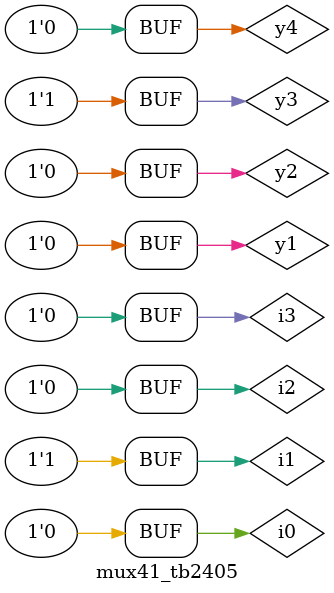
<source format=v>
module mux41_tb2405;
reg i0,i1,i2,i3,y1,y2,y3,y4;
wire s0,s1,out;
mux41_2405 muxfn(s0,s1,i0,i1,i2,i3,y1,y2,y3,y4,out);
initial
begin
$display("yo");
$monitor("s0=%b s1=%b i1=%b i2=%b i3=%b i4=%b output=%b ",s0,s1,i0,i1,i2,i3,out);
y4=1'b0;
y1=1'b0;
y2=1'b0;
y3=1'b1;
i1=1'b1;
i2=1'b0;
i3=1'b0;
i0=1'b0;
#5;
end
endmodule
</source>
